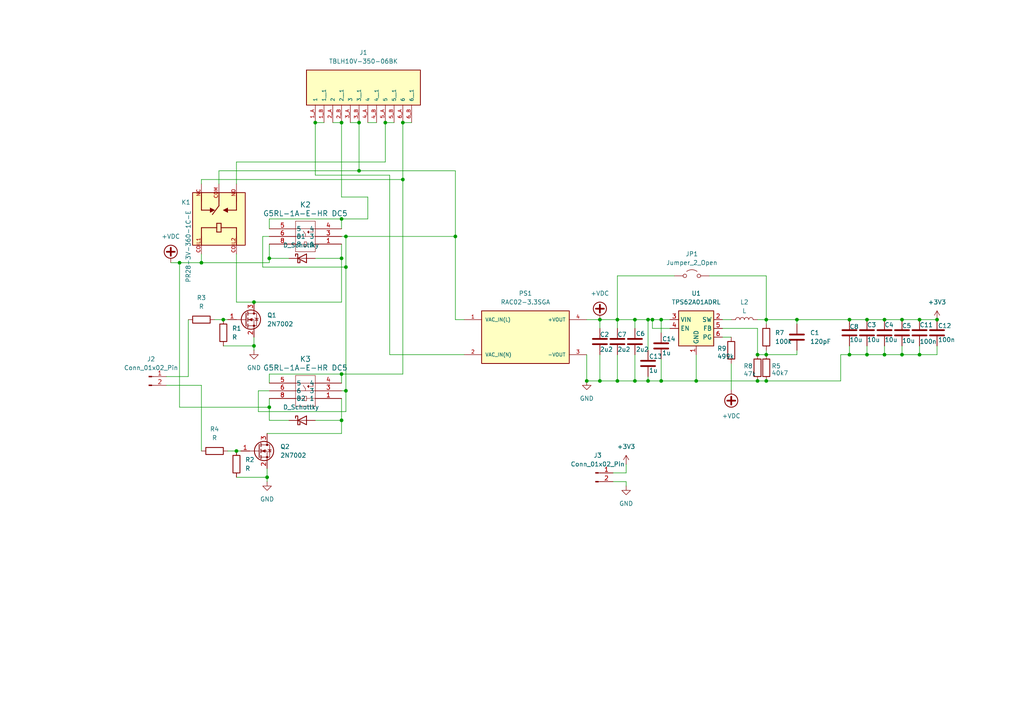
<source format=kicad_sch>
(kicad_sch (version 20250114) (generator "eeschema") (generator_version "9.0")
  (paper "A4")
  (lib_symbols
    (symbol "Connector:Conn_01x02_Pin" (pin_names (offset 1.016) (hide yes))
      (property "Reference" "J" (at 0 2.54 0))
      (property "Value" "Conn_01x02_Pin" (at 0 -5.08 0))
      (symbol "Conn_01x02_Pin_1_1"
        (rectangle (start 0.8636 0.127) (end 0 -0.127) (stroke (width 0.1524)) (fill (type outline)))
        (rectangle (start 0.8636 -2.413) (end 0 -2.667) (stroke (width 0.1524)) (fill (type outline)))
        (polyline (pts (xy 1.27 0) (xy 0.8636 0)) (stroke (width 0.1524)))
        (polyline (pts (xy 1.27 -2.54) (xy 0.8636 -2.54)) (stroke (width 0.1524)))
        (pin passive line (at 5.08 0 180) (length 3.81) (name "Pin_1") (number "1"))
        (pin passive line (at 5.08 -2.54 180) (length 3.81) (name "Pin_2") (number "2"))
      )
    )
    (symbol "Device:C" (pin_numbers (hide yes)) (pin_names (offset 0.254))
      (property "Reference" "C" (at 0.635 2.54 0))
      (property "Value" "C" (at 0.635 -2.54 0))
      (symbol "C_0_1"
        (polyline (pts (xy -2.032 0.762) (xy 2.032 0.762)) (stroke (width 0.508)))
        (polyline (pts (xy -2.032 -0.762) (xy 2.032 -0.762)) (stroke (width 0.508)))
      )
      (symbol "C_1_1"
        (pin passive line (at 0 3.81 270) (length 2.794) (name "~") (number "1"))
        (pin passive line (at 0 -3.81 90) (length 2.794) (name "~") (number "2"))
      )
    )
    (symbol "Device:D_Schottky" (pin_numbers (hide yes)) (pin_names (offset 1.016) (hide yes))
      (property "Reference" "D" (at 0 2.54 0))
      (property "Value" "D_Schottky" (at 0 -2.54 0))
      (symbol "D_Schottky_0_1"
        (polyline (pts (xy -1.905 0.635) (xy -1.905 1.27) (xy -1.27 1.27) (xy -1.27 -1.27) (xy -0.635 -1.27) (xy -0.635 -0.635)) (stroke (width 0.254)))
        (polyline (pts (xy 1.27 1.27) (xy 1.27 -1.27) (xy -1.27 0) (xy 1.27 1.27)) (stroke (width 0.254)))
        (polyline (pts (xy 1.27 0) (xy -1.27 0)))
      )
      (symbol "D_Schottky_1_1"
        (pin passive line (at -3.81 0 0) (length 2.54) (name "K") (number "1"))
        (pin passive line (at 3.81 0 180) (length 2.54) (name "A") (number "2"))
      )
    )
    (symbol "Device:L" (pin_numbers (hide yes)) (pin_names (offset 1.016) (hide yes))
      (property "Reference" "L" (at -1.27 0 90))
      (property "Value" "L" (at 1.905 0 90))
      (symbol "L_0_1"
        (arc (start 0 2.54) (mid 0.6323 1.905) (end 0 1.27))
        (arc (start 0 1.27) (mid 0.6323 0.635) (end 0 0))
        (arc (start 0 0) (mid 0.6323 -0.635) (end 0 -1.27))
        (arc (start 0 -1.27) (mid 0.6323 -1.905) (end 0 -2.54))
      )
      (symbol "L_1_1"
        (pin passive line (at 0 3.81 270) (length 1.27) (name "1") (number "1"))
        (pin passive line (at 0 -3.81 90) (length 1.27) (name "2") (number "2"))
      )
    )
    (symbol "Device:R" (pin_numbers (hide yes)) (pin_names (offset 0))
      (property "Reference" "R" (at 2.032 0 90))
      (property "Value" "R" (at 0 0 90))
      (symbol "R_0_1"
        (rectangle (start -1.016 -2.54) (end 1.016 2.54) (stroke (width 0.254)))
      )
      (symbol "R_1_1"
        (pin passive line (at 0 3.81 270) (length 1.27) (name "~") (number "1"))
        (pin passive line (at 0 -3.81 90) (length 1.27) (name "~") (number "2"))
      )
    )
    (symbol "G5RL-1A-E-HR DC5:G5RL-1A-E-HR_DC5" (pin_names (offset 0.254))
      (property "Reference" "K" (at 10.795 6.985 0))
      (property "Value" "G5RL-1A-E-HR DC5" (at 20.32 4.7625 0))
      (symbol "G5RL-1A-E-HR_DC5_0_1"
        (polyline (pts (xy 7.62 2.2225) (xy 7.62 -6.6675)) (stroke (width 0.127)))
        (polyline (pts (xy 7.62 0) (xy 10.16 0)) (stroke (width 0.127)))
        (polyline (pts (xy 7.62 -2.2225) (xy 13.335 -2.2225)) (stroke (width 0.127)))
        (polyline (pts (xy 7.62 -4.445) (xy 13.335 -4.445)) (stroke (width 0.127)))
        (polyline (pts (xy 7.62 -6.6675) (xy 13.335 -6.6675)) (stroke (width 0.127)))
        (polyline (pts (xy 8.255 -4.445) (xy 8.255 -3.4925)) (stroke (width 0.127)))
        (polyline (pts (xy 9.525 -3.175) (xy 9.525 -3.81)) (stroke (width 0.127)))
        (polyline (pts (xy 9.525 -3.175) (xy 9.8425 -3.4925) (xy 9.525 -3.81)) (fill (type outline)))
        (polyline (pts (xy 9.525 -3.4925) (xy 8.255 -3.4925)) (stroke (width 0.127)))
        (polyline (pts (xy 9.525 -3.81) (xy 9.8425 -3.4925)) (stroke (width 0.127)))
        (polyline (pts (xy 9.8425 -3.4925) (xy 9.525 -3.175)) (stroke (width 0.127)))
        (polyline (pts (xy 10.16 0.635) (xy 10.795 0.635)) (stroke (width 0.127)))
        (polyline (pts (xy 10.16 0) (xy 10.16 0.635)) (stroke (width 0.127)))
        (polyline (pts (xy 10.16 0) (xy 10.16 -0.635)) (stroke (width 0.127)))
        (polyline (pts (xy 10.16 -0.635) (xy 10.795 -0.635)) (stroke (width 0.127)))
        (polyline (pts (xy 10.4775 -2.2225) (xy 10.4775 -2.8575)) (stroke (width 0.127)))
        (polyline (pts (xy 10.4775 -2.8575) (xy 11.1125 -3.81)) (stroke (width 0.127)))
        (polyline (pts (xy 10.795 0.635) (xy 10.795 -0.635)) (stroke (width 0.127)))
        (polyline (pts (xy 10.795 0) (xy 13.335 0)) (stroke (width 0.127)))
        (polyline (pts (xy 13.335 2.2225) (xy 7.62 2.2225)) (stroke (width 0.127)))
        (polyline (pts (xy 13.335 -6.6675) (xy 13.335 2.2225)) (stroke (width 0.127)))
        (pin unspecified line (at 0 0 0) (length 7.62) (name "1") (number "1"))
        (pin unspecified line (at 0 -2.2225 0) (length 7.62) (name "3") (number "3"))
        (pin unspecified line (at 0 -4.445 0) (length 7.62) (name "4") (number "4"))
        (pin unspecified line (at 20.955 0 180) (length 7.62) (name "8") (number "8"))
        (pin unspecified line (at 20.955 -2.2225 180) (length 7.62) (name "6") (number "6"))
        (pin unspecified line (at 20.955 -4.445 180) (length 7.62) (name "5") (number "5"))
      )
    )
    (symbol "Jumper:Jumper_2_Open" (pin_numbers (hide yes)) (pin_names (offset 0) (hide yes)) (exclude_from_sim yes)
      (property "Reference" "JP" (at 0 2.794 0))
      (property "Value" "Jumper_2_Open" (at 0 -2.286 0))
      (symbol "Jumper_2_Open_0_0"
        (circle (center -2.032 0) (radius 0.508))
        (circle (center 2.032 0) (radius 0.508))
      )
      (symbol "Jumper_2_Open_0_1"
        (arc (start -1.524 1.27) (mid 0 1.778) (end 1.524 1.27))
      )
      (symbol "Jumper_2_Open_1_1"
        (pin passive line (at -5.08 0 0) (length 2.54) (name "A") (number "1"))
        (pin passive line (at 5.08 0 180) (length 2.54) (name "B") (number "2"))
      )
    )
    (symbol "PR28-3V-360-1C-E:PR28-3V-360-1C-E" (pin_names (offset 1.016))
      (property "Reference" "K" (at -7.62 8.89 0))
      (property "Value" "PR28-3V-360-1C-E" (at -7.62 -10.16 0))
      (symbol "PR28-3V-360-1C-E_0_0"
        (polyline (pts (xy -7.62 5.08) (xy -2.54 5.08)) (stroke (width 0.254)))
        (polyline (pts (xy -7.62 -5.08) (xy -2.54 -5.08)) (stroke (width 0.254)))
        (rectangle (start -7.62 -7.62) (end 7.62 7.62) (stroke (width 0.254)) (fill (type background)))
        (polyline (pts (xy -3.81 0.635) (xy -2.54 0.635)) (stroke (width 0.254)))
        (polyline (pts (xy -3.81 -0.635) (xy -3.81 0.635)) (stroke (width 0.254)))
        (polyline (pts (xy -2.54 5.08) (xy -2.54 0.635)) (stroke (width 0.254)))
        (polyline (pts (xy -2.54 0.635) (xy -1.27 0.635)) (stroke (width 0.254)))
        (polyline (pts (xy -2.54 -0.635) (xy -3.81 -0.635)) (stroke (width 0.254)))
        (polyline (pts (xy -2.54 -0.635) (xy -2.54 -5.08)) (stroke (width 0.254)))
        (polyline (pts (xy -1.27 0.635) (xy -1.27 -0.635)) (stroke (width 0.254)))
        (polyline (pts (xy -1.27 -0.635) (xy -2.54 -0.635)) (stroke (width 0.254)))
        (polyline (pts (xy 1.905 -2.54) (xy 3.175 -2.54) (xy 2.54 -1.27) (xy 1.905 -2.54)) (stroke (width 0.1524)) (fill (type outline)))
        (polyline (pts (xy 2.54 5.08) (xy 2.54 2.54)) (stroke (width 0.254)))
        (polyline (pts (xy 2.54 5.08) (xy 7.62 5.08)) (stroke (width 0.254)))
        (polyline (pts (xy 2.54 -5.08) (xy 2.54 -2.54)) (stroke (width 0.254)))
        (polyline (pts (xy 3.175 2.54) (xy 1.905 2.54) (xy 2.54 1.27) (xy 3.175 2.54)) (stroke (width 0.1524)) (fill (type outline)))
        (polyline (pts (xy 3.81 0) (xy 1.27 1.905)) (stroke (width 0.254)))
        (polyline (pts (xy 7.62 0) (xy 3.81 0)) (stroke (width 0.254)))
        (polyline (pts (xy 7.62 -5.08) (xy 2.54 -5.08)) (stroke (width 0.254)))
        (pin passive line (at -10.16 5.08 0) (length 5.08) (name "~") (number "COIL1"))
        (pin passive line (at -10.16 -5.08 0) (length 5.08) (name "~") (number "COIL2"))
        (pin passive line (at 10.16 5.08 180) (length 5.08) (name "~") (number "NC"))
        (pin passive line (at 10.16 0 180) (length 5.08) (name "~") (number "COM"))
        (pin passive line (at 10.16 -5.08 180) (length 5.08) (name "~") (number "NO"))
      )
    )
    (symbol "RAC02-3.3SGA:RAC02-3.3SGA" (pin_names (offset 1.016))
      (property "Reference" "PS" (at -12.7 8.89 0))
      (property "Value" "RAC02-3.3SGA" (at -12.7 -10.16 0))
      (symbol "RAC02-3.3SGA_0_0"
        (rectangle (start -12.7 -7.62) (end 12.7 7.62) (stroke (width 0.254)) (fill (type background)))
        (pin input line (at -17.78 5.08 0) (length 5.08) (name "VAC_IN(L)") (number "1"))
        (pin input line (at -17.78 -5.08 0) (length 5.08) (name "VAC_IN(N)") (number "2"))
        (pin output line (at 17.78 5.08 180) (length 5.08) (name "+VOUT") (number "4"))
        (pin output line (at 17.78 -5.08 180) (length 5.08) (name "-VOUT") (number "3"))
      )
    )
    (symbol "Regulator_Switching:TPS62A01ADRL"
      (property "Reference" "U" (at -5.08 6.35 0))
      (property "Value" "TPS62A01ADRL" (at 0 6.35 0))
      (symbol "TPS62A01ADRL_0_1"
        (rectangle (start -5.08 5.08) (end 5.08 -5.08) (stroke (width 0.254)) (fill (type background)))
      )
      (symbol "TPS62A01ADRL_1_1"
        (pin power_in line (at -7.62 2.54 0) (length 2.54) (name "VIN") (number "3"))
        (pin input line (at -7.62 0 0) (length 2.54) (name "EN") (number "4"))
        (pin power_in line (at 0 -7.62 90) (length 2.54) (name "GND") (number "1"))
        (pin power_out line (at 7.62 2.54 180) (length 2.54) (name "SW") (number "2"))
        (pin input line (at 7.62 0 180) (length 2.54) (name "FB") (number "5"))
        (pin open_collector line (at 7.62 -2.54 180) (length 2.54) (name "PG") (number "6"))
      )
    )
    (symbol "TBLH10V-350-06BK:TBLH10V-350-06BK" (pin_names (offset 1.016))
      (property "Reference" "J" (at -5.58 7.62 0))
      (property "Value" "TBLH10V-350-06BK" (at -5.08 -27.94 0))
      (symbol "TBLH10V-350-06BK_0_0"
        (rectangle (start -5.08 -25.4) (end 5.08 7.62) (stroke (width 0.254)) (fill (type background)))
        (pin passive line (at -10.16 5.08 0) (length 5.08) (name "1") (number "1_A"))
        (pin passive line (at -10.16 2.54 0) (length 5.08) (name "1__1") (number "1_B"))
        (pin passive line (at -10.16 0 0) (length 5.08) (name "2") (number "2_A"))
        (pin passive line (at -10.16 -2.54 0) (length 5.08) (name "2__1") (number "2_B"))
        (pin passive line (at -10.16 -5.08 0) (length 5.08) (name "3") (number "3_A"))
        (pin passive line (at -10.16 -7.62 0) (length 5.08) (name "3__1") (number "3_B"))
        (pin passive line (at -10.16 -10.16 0) (length 5.08) (name "4") (number "4_A"))
        (pin passive line (at -10.16 -12.7 0) (length 5.08) (name "4__1") (number "4_B"))
        (pin passive line (at -10.16 -15.24 0) (length 5.08) (name "5") (number "5_A"))
        (pin passive line (at -10.16 -17.78 0) (length 5.08) (name "5__1") (number "5_B"))
        (pin passive line (at -10.16 -20.32 0) (length 5.08) (name "6") (number "6_A"))
        (pin passive line (at -10.16 -22.86 0) (length 5.08) (name "6__1") (number "6_B"))
      )
    )
    (symbol "Transistor_FET:2N7002" (pin_names (hide yes))
      (property "Reference" "Q" (at 5.08 1.905 0))
      (property "Value" "2N7002" (at 5.08 0 0))
      (symbol "2N7002_0_1"
        (polyline (pts (xy 0.254 1.905) (xy 0.254 -1.905)) (stroke (width 0.254)))
        (polyline (pts (xy 0.254 0) (xy -2.54 0)))
        (polyline (pts (xy 0.762 2.286) (xy 0.762 1.27)) (stroke (width 0.254)))
        (polyline (pts (xy 0.762 0.508) (xy 0.762 -0.508)) (stroke (width 0.254)))
        (polyline (pts (xy 0.762 -1.27) (xy 0.762 -2.286)) (stroke (width 0.254)))
        (polyline (pts (xy 0.762 -1.778) (xy 3.302 -1.778) (xy 3.302 1.778) (xy 0.762 1.778)))
        (polyline (pts (xy 1.016 0) (xy 2.032 0.381) (xy 2.032 -0.381) (xy 1.016 0)) (fill (type outline)))
        (circle (center 1.651 0) (radius 2.794) (stroke (width 0.254)))
        (polyline (pts (xy 2.54 2.54) (xy 2.54 1.778)))
        (circle (center 2.54 1.778) (radius 0.254) (fill (type outline)))
        (circle (center 2.54 -1.778) (radius 0.254) (fill (type outline)))
        (polyline (pts (xy 2.54 -2.54) (xy 2.54 0) (xy 0.762 0)))
        (polyline (pts (xy 2.794 0.508) (xy 2.921 0.381) (xy 3.683 0.381) (xy 3.81 0.254)))
        (polyline (pts (xy 3.302 0.381) (xy 2.921 -0.254) (xy 3.683 -0.254) (xy 3.302 0.381)))
      )
      (symbol "2N7002_1_1"
        (pin input line (at -5.08 0 0) (length 2.54) (name "G") (number "1"))
        (pin passive line (at 2.54 5.08 270) (length 2.54) (name "D") (number "3"))
        (pin passive line (at 2.54 -5.08 90) (length 2.54) (name "S") (number "2"))
      )
    )
    (symbol "power:+3V3" (power) (pin_numbers (hide yes)) (pin_names (offset 0) (hide yes))
      (property "Value" "+3V3" (at 0 3.556 0))
      (symbol "+3V3_0_1"
        (polyline (pts (xy -0.762 1.27) (xy 0 2.54)))
        (polyline (pts (xy 0 2.54) (xy 0.762 1.27)))
        (polyline (pts (xy 0 0) (xy 0 2.54)))
      )
      (symbol "+3V3_1_1"
        (pin power_in line (at 0 0 90) (length 0) (name "~") (number "1"))
      )
    )
    (symbol "power:+VDC" (power) (pin_numbers (hide yes)) (pin_names (offset 0) (hide yes))
      (property "Value" "+VDC" (at 0 6.35 0))
      (symbol "+VDC_0_1"
        (polyline (pts (xy -1.143 3.175) (xy 1.143 3.175)) (stroke (width 0.508)))
        (circle (center 0 3.175) (radius 1.905) (stroke (width 0.254)))
        (polyline (pts (xy 0 2.032) (xy 0 4.318)) (stroke (width 0.508)))
        (polyline (pts (xy 0 0) (xy 0 1.27)))
      )
      (symbol "+VDC_1_1"
        (pin power_in line (at 0 0 90) (length 0) (name "~") (number "1"))
      )
    )
    (symbol "power:GND" (power) (pin_numbers (hide yes)) (pin_names (offset 0) (hide yes))
      (property "Value" "GND" (at 0 -3.81 0))
      (symbol "GND_0_1"
        (polyline (pts (xy 0 0) (xy 0 -1.27) (xy 1.27 -1.27) (xy 0 -2.54) (xy -1.27 -1.27) (xy 0 -1.27)))
      )
      (symbol "GND_1_1"
        (pin power_in line (at 0 0 270) (length 0) (name "~") (number "1"))
      )
    )
  )
  (junction (at 91.44 35.56))
  (junction (at 187.96 92.71))
  (junction (at 246.38 102.87))
  (junction (at 52.07 76.2))
  (junction (at 99.06 121.92))
  (junction (at 78.105 118.11))
  (junction (at 78.105 74.93))
  (junction (at 179.07 92.71))
  (junction (at 170.18 110.49))
  (junction (at 173.99 92.71))
  (junction (at 99.06 63.5))
  (junction (at 100.33 113.3475))
  (junction (at 116.84 35.56))
  (junction (at 100.33 68.58))
  (junction (at 266.7 92.71))
  (junction (at 104.14 49.53))
  (junction (at 187.96 110.49))
  (junction (at 189.23 92.71))
  (junction (at 219.71 102.87))
  (junction (at 58.42 76.2))
  (junction (at 261.62 102.87))
  (junction (at 191.77 110.49))
  (junction (at 231.14 92.71))
  (junction (at 256.54 92.71))
  (junction (at 251.46 102.87))
  (junction (at 100.33 77.47))
  (junction (at 179.07 110.49))
  (junction (at 77.47 138.43))
  (junction (at 68.58 130.81))
  (junction (at 173.99 110.49))
  (junction (at 73.66 87.63))
  (junction (at 246.38 92.71))
  (junction (at 201.93 110.49))
  (junction (at 184.15 92.71))
  (junction (at 111.76 35.56))
  (junction (at 104.14 35.56))
  (junction (at 222.25 92.71))
  (junction (at 116.84 52.07))
  (junction (at 266.7 102.87))
  (junction (at 222.25 110.49))
  (junction (at 222.25 102.87))
  (junction (at 73.66 100.33))
  (junction (at 99.06 74.93))
  (junction (at 251.46 92.71))
  (junction (at 261.62 92.71))
  (junction (at 191.77 92.71))
  (junction (at 219.71 110.49))
  (junction (at 271.78 92.71))
  (junction (at 99.06 108.4967))
  (junction (at 256.54 102.87))
  (junction (at 184.15 110.49))
  (junction (at 132.08 68.58))
  (junction (at 64.77 92.71))
  (junction (at 99.06 35.56))
  (wire (pts (xy 99.06 108.4967) (xy 99.06 111.125)))
  (wire (pts (xy 173.99 102.87) (xy 173.99 110.49)))
  (wire (pts (xy 179.07 102.87) (xy 179.07 110.49)))
  (wire (pts (xy 58.42 53.34) (xy 58.42 52.07)))
  (wire (pts (xy 99.06 74.93) (xy 99.06 87.63)))
  (wire (pts (xy 63.5 53.34) (xy 63.5 49.53)))
  (wire (pts (xy 246.38 92.71) (xy 251.46 92.71)))
  (wire (pts (xy 184.15 110.49) (xy 187.96 110.49)))
  (wire (pts (xy 100.33 68.58) (xy 99.06 68.58)))
  (wire (pts (xy 191.77 92.71) (xy 191.77 96.52)))
  (wire (pts (xy 58.42 73.66) (xy 58.42 76.2)))
  (wire (pts (xy 78.105 68.58) (xy 76.2 68.58)))
  (wire (pts (xy 111.76 46.99) (xy 68.58 46.99)))
  (wire (pts (xy 222.25 92.71) (xy 231.14 92.71)))
  (wire (pts (xy 78.105 115.57) (xy 78.105 118.11)))
  (wire (pts (xy 184.15 102.87) (xy 184.15 110.49)))
  (wire (pts (xy 113.03 102.87) (xy 134.62 102.87)))
  (wire (pts (xy 113.03 50.8) (xy 113.03 102.87)))
  (wire (pts (xy 78.105 70.8025) (xy 78.105 74.93)))
  (wire (pts (xy 68.58 130.81) (xy 69.85 130.81)))
  (wire (pts (xy 271.78 102.87) (xy 271.78 100.33)))
  (wire (pts (xy 76.2 77.47) (xy 100.33 77.47)))
  (wire (pts (xy 99.06 87.63) (xy 73.66 87.63)))
  (wire (pts (xy 91.44 50.8) (xy 113.03 50.8)))
  (wire (pts (xy 100.33 77.47) (xy 100.33 113.3475)))
  (wire (pts (xy 78.105 63.5) (xy 99.06 63.5)))
  (wire (pts (xy 256.54 102.87) (xy 261.62 102.87)))
  (wire (pts (xy 99.06 121.92) (xy 99.06 125.73)))
  (wire (pts (xy 91.44 74.93) (xy 99.06 74.93)))
  (wire (pts (xy 170.18 92.71) (xy 173.99 92.71)))
  (wire (pts (xy 104.14 35.56) (xy 104.14 49.53)))
  (wire (pts (xy 100.33 119.38) (xy 74.93 119.38)))
  (wire (pts (xy 173.99 110.49) (xy 179.07 110.49)))
  (wire (pts (xy 74.93 119.38) (xy 74.93 113.3475)))
  (wire (pts (xy 261.62 102.87) (xy 266.7 102.87)))
  (wire (pts (xy 231.14 92.71) (xy 246.38 92.71)))
  (wire (pts (xy 212.09 105.41) (xy 212.09 113.03)))
  (wire (pts (xy 170.18 110.49) (xy 173.99 110.49)))
  (wire (pts (xy 179.07 92.71) (xy 184.15 92.71)))
  (wire (pts (xy 219.71 110.49) (xy 222.25 110.49)))
  (wire (pts (xy 256.54 102.87) (xy 256.54 100.33)))
  (wire (pts (xy 231.14 93.98) (xy 231.14 92.71)))
  (wire (pts (xy 251.46 92.71) (xy 256.54 92.71)))
  (wire (pts (xy 195.58 80.01) (xy 179.07 80.01)))
  (wire (pts (xy 99.06 113.3475) (xy 100.33 113.3475)))
  (wire (pts (xy 48.26 109.22) (xy 54.61 109.22)))
  (wire (pts (xy 246.38 100.33) (xy 246.38 102.87)))
  (wire (pts (xy 194.31 95.25) (xy 189.23 95.25)))
  (wire (pts (xy 99.06 125.73) (xy 77.47 125.73)))
  (wire (pts (xy 116.84 52.07) (xy 116.84 108.4967)))
  (wire (pts (xy 191.77 110.49) (xy 201.93 110.49)))
  (wire (pts (xy 187.96 110.49) (xy 191.77 110.49)))
  (wire (pts (xy 58.42 52.07) (xy 116.84 52.07)))
  (wire (pts (xy 219.71 95.25) (xy 219.71 102.87)))
  (wire (pts (xy 132.08 68.58) (xy 132.08 92.71)))
  (wire (pts (xy 99.06 63.5) (xy 106.68 63.5)))
  (wire (pts (xy 91.44 35.56) (xy 93.98 35.56)))
  (wire (pts (xy 54.61 92.71) (xy 54.61 109.22)))
  (wire (pts (xy 179.07 110.49) (xy 184.15 110.49)))
  (wire (pts (xy 49.53 76.2) (xy 52.07 76.2)))
  (wire (pts (xy 251.46 102.87) (xy 256.54 102.87)))
  (wire (pts (xy 100.33 68.58) (xy 132.08 68.58)))
  (wire (pts (xy 58.42 76.2) (xy 78.105 76.2)))
  (wire (pts (xy 261.62 102.87) (xy 261.62 100.33)))
  (wire (pts (xy 222.25 80.01) (xy 222.25 92.71)))
  (wire (pts (xy 68.58 73.66) (xy 68.58 87.63)))
  (wire (pts (xy 68.58 87.63) (xy 73.66 87.63)))
  (wire (pts (xy 76.2 68.58) (xy 76.2 77.47)))
  (wire (pts (xy 181.61 137.16) (xy 181.61 134.62)))
  (wire (pts (xy 78.105 118.11) (xy 78.105 121.92)))
  (wire (pts (xy 173.99 92.71) (xy 179.07 92.71)))
  (wire (pts (xy 73.66 100.33) (xy 73.66 101.6)))
  (wire (pts (xy 52.07 118.11) (xy 52.07 76.2)))
  (wire (pts (xy 266.7 102.87) (xy 271.78 102.87)))
  (wire (pts (xy 58.42 111.76) (xy 58.42 130.81)))
  (wire (pts (xy 187.96 92.71) (xy 189.23 92.71)))
  (wire (pts (xy 78.105 121.92) (xy 83.82 121.92)))
  (wire (pts (xy 181.61 139.7) (xy 181.61 140.97)))
  (wire (pts (xy 99.06 63.5) (xy 99.06 66.3575)))
  (wire (pts (xy 91.44 121.92) (xy 99.06 121.92)))
  (wire (pts (xy 219.71 102.87) (xy 222.25 102.87)))
  (wire (pts (xy 62.23 92.71) (xy 64.77 92.71)))
  (wire (pts (xy 111.76 35.56) (xy 114.3 35.56)))
  (wire (pts (xy 191.77 92.71) (xy 194.31 92.71)))
  (wire (pts (xy 189.23 92.71) (xy 189.23 95.25)))
  (wire (pts (xy 222.25 101.6) (xy 222.25 102.87)))
  (wire (pts (xy 209.55 92.71) (xy 212.09 92.71)))
  (wire (pts (xy 116.84 35.56) (xy 119.38 35.56)))
  (wire (pts (xy 205.74 80.01) (xy 222.25 80.01)))
  (wire (pts (xy 179.07 80.01) (xy 179.07 92.71)))
  (wire (pts (xy 66.04 130.81) (xy 68.58 130.81)))
  (wire (pts (xy 78.105 74.93) (xy 78.105 76.2)))
  (wire (pts (xy 78.105 118.11) (xy 52.07 118.11)))
  (wire (pts (xy 104.14 49.53) (xy 132.08 49.53)))
  (wire (pts (xy 179.07 92.71) (xy 179.07 95.25)))
  (wire (pts (xy 74.93 113.3475) (xy 78.105 113.3475)))
  (wire (pts (xy 222.25 92.71) (xy 222.25 93.98)))
  (wire (pts (xy 106.68 63.5) (xy 106.68 57.15)))
  (wire (pts (xy 184.15 92.71) (xy 187.96 92.71)))
  (wire (pts (xy 219.71 92.71) (xy 222.25 92.71)))
  (wire (pts (xy 99.06 70.8025) (xy 99.06 74.93)))
  (wire (pts (xy 100.33 77.47) (xy 100.33 68.58)))
  (wire (pts (xy 251.46 102.87) (xy 251.46 100.33)))
  (wire (pts (xy 261.62 92.71) (xy 266.7 92.71)))
  (wire (pts (xy 201.93 110.49) (xy 219.71 110.49)))
  (wire (pts (xy 78.105 111.125) (xy 78.105 108.4967)))
  (wire (pts (xy 106.68 57.15) (xy 99.06 57.15)))
  (wire (pts (xy 99.06 115.57) (xy 99.06 121.92)))
  (wire (pts (xy 68.58 138.43) (xy 77.47 138.43)))
  (wire (pts (xy 99.06 57.15) (xy 99.06 35.56)))
  (wire (pts (xy 189.23 92.71) (xy 191.77 92.71)))
  (wire (pts (xy 106.68 35.56) (xy 109.22 35.56)))
  (wire (pts (xy 177.8 137.16) (xy 181.61 137.16)))
  (wire (pts (xy 83.82 74.93) (xy 78.105 74.93)))
  (wire (pts (xy 63.5 49.53) (xy 104.14 49.53)))
  (wire (pts (xy 132.08 49.53) (xy 132.08 68.58)))
  (wire (pts (xy 201.93 102.87) (xy 201.93 110.49)))
  (wire (pts (xy 111.76 46.99) (xy 111.76 35.56)))
  (wire (pts (xy 266.7 92.71) (xy 271.78 92.71)))
  (wire (pts (xy 209.55 97.79) (xy 212.09 97.79)))
  (wire (pts (xy 132.08 92.71) (xy 134.62 92.71)))
  (wire (pts (xy 64.77 92.71) (xy 66.04 92.71)))
  (wire (pts (xy 77.47 135.89) (xy 77.47 138.43)))
  (wire (pts (xy 222.25 110.49) (xy 243.84 110.49)))
  (wire (pts (xy 177.8 139.7) (xy 181.61 139.7)))
  (wire (pts (xy 100.33 113.3475) (xy 100.33 119.38)))
  (wire (pts (xy 243.84 110.49) (xy 243.84 102.87)))
  (wire (pts (xy 116.84 35.56) (xy 116.84 52.07)))
  (wire (pts (xy 77.47 138.43) (xy 77.47 139.7)))
  (wire (pts (xy 173.99 95.25) (xy 173.99 92.71)))
  (wire (pts (xy 48.26 111.76) (xy 58.42 111.76)))
  (wire (pts (xy 78.105 108.4967) (xy 99.06 108.4967)))
  (wire (pts (xy 251.46 102.87) (xy 246.38 102.87)))
  (wire (pts (xy 68.58 46.99) (xy 68.58 53.34)))
  (wire (pts (xy 52.07 76.2) (xy 58.42 76.2)))
  (wire (pts (xy 231.14 101.6) (xy 231.14 102.87)))
  (wire (pts (xy 256.54 92.71) (xy 261.62 92.71)))
  (wire (pts (xy 246.38 102.87) (xy 243.84 102.87)))
  (wire (pts (xy 91.44 35.56) (xy 91.44 50.8)))
  (wire (pts (xy 184.15 92.71) (xy 184.15 95.25)))
  (wire (pts (xy 73.66 97.79) (xy 73.66 100.33)))
  (wire (pts (xy 191.77 104.14) (xy 191.77 110.49)))
  (wire (pts (xy 99.06 108.4967) (xy 116.84 108.4967)))
  (wire (pts (xy 170.18 102.87) (xy 170.18 110.49)))
  (wire (pts (xy 78.105 66.3575) (xy 78.105 63.5)))
  (wire (pts (xy 187.96 92.71) (xy 187.96 101.6)))
  (wire (pts (xy 101.6 35.56) (xy 104.14 35.56)))
  (wire (pts (xy 266.7 102.87) (xy 266.7 100.33)))
  (wire (pts (xy 99.06 35.56) (xy 96.52 35.56)))
  (wire (pts (xy 209.55 95.25) (xy 219.71 95.25)))
  (wire (pts (xy 64.77 100.33) (xy 73.66 100.33)))
  (wire (pts (xy 187.96 109.22) (xy 187.96 110.49)))
  (wire (pts (xy 231.14 102.87) (xy 222.25 102.87)))
  (symbol (lib_id "Device:R") (at 58.42 92.71 90) (unit 1)
    (property "Reference" "R3" (at 58.42 86.36 90))
    (property "Value" "R" (at 58.42 88.9 90))
    (property "Footprint" "Resistor_SMD:R_0603_1608Metric" (effects (hide yes)))
    (property "Description" "Resistor" (effects (hide yes)))
  )
  (symbol (lib_id "Device:R") (at 62.23 130.81 90) (unit 1)
    (property "Reference" "R4" (at 62.23 124.46 90))
    (property "Value" "R" (at 62.23 127 90))
    (property "Footprint" "Resistor_SMD:R_0603_1608Metric" (effects (hide yes)))
    (property "Description" "Resistor" (effects (hide yes)))
  )
  (symbol (lib_id "power:+3V3") (at 271.78 92.71 0) (unit 1)
    (property "Reference" "#PWR04" (effects (hide yes)))
    (property "Value" "+3V3" (at 271.78 87.63 0))
    (property "Description" "Power symbol creates a global label with name \"+3V3\"" (effects (hide yes)))
  )
  (symbol (lib_id "Device:C") (at 184.15 99.06 0) (unit 1)
    (property "Reference" "C6" (at 184.404 96.774 0) (effects (justify left)))
    (property "Value" "2u2" (at 184.404 101.346 0) (effects (justify left)))
    (property "Footprint" "Capacitor_SMD:C_1206_3216Metric" (effects (hide yes)))
    (property "Description" "Unpolarized capacitor" (effects (hide yes)))
  )
  (symbol (lib_id "Device:C") (at 191.77 100.33 0) (unit 1)
    (property "Reference" "C14" (at 192.024 98.298 0) (effects (justify left)))
    (property "Value" "1u" (at 192.024 102.362 0) (effects (justify left)))
    (property "Footprint" "Capacitor_SMD:C_0603_1608Metric" (effects (hide yes)))
    (property "Description" "Unpolarized capacitor" (effects (hide yes)))
  )
  (symbol (lib_id "power:GND") (at 73.66 101.6 0) (unit 1)
    (property "Reference" "#PWR06" (effects (hide yes)))
    (property "Value" "GND" (at 73.66 106.68 0))
    (property "Description" "Power symbol creates a global label with name \"GND\" , ground" (effects (hide yes)))
  )
  (symbol (lib_id "RAC02-3.3SGA:RAC02-3.3SGA") (at 152.4 97.79 0) (unit 1)
    (property "Reference" "PS1" (at 152.4 85.09 0))
    (property "Value" "RAC02-3.3SGA" (at 152.4 87.63 0))
    (property "Footprint" "TBLH10V_350_06BK:CONV_RAC02-3.3SGA" (effects (hide yes)))
    (property "PARTREV" "2" (effects (hide yes)))
    (property "STANDARD" "Manufacturer Recommendations" (effects (hide yes)))
    (property "MAXIMUM_PACKAGE_HEIGHT" "19mm" (effects (hide yes)))
    (property "MANUFACTURER" "Recom" (effects (hide yes)))
  )
  (symbol (lib_id "Jumper:Jumper_2_Open") (at 200.66 80.01 0) (unit 1) (exclude_from_sim yes)
    (property "Reference" "JP1" (at 200.66 73.66 0))
    (property "Value" "Jumper_2_Open" (at 200.66 76.2 0))
    (property "Footprint" "TestPoint:TestPoint_2Pads_Pitch2.54mm_Drill0.8mm" (effects (hide yes)))
    (property "Description" "Jumper, 2-pole, open" (effects (hide yes)))
  )
  (symbol (lib_id "power:GND") (at 181.61 140.97 0) (unit 1)
    (property "Reference" "#PWR07" (effects (hide yes)))
    (property "Value" "GND" (at 181.61 146.05 0))
    (property "Description" "Power symbol creates a global label with name \"GND\" , ground" (effects (hide yes)))
  )
  (symbol (lib_id "Connector:Conn_01x02_Pin") (at 172.72 137.16 0) (unit 1)
    (property "Reference" "J3" (at 173.355 132.08 0))
    (property "Value" "Conn_01x02_Pin" (at 173.355 134.62 0))
    (property "Footprint" "Connector_PinSocket_2.54mm:PinSocket_1x02_P2.54mm_Vertical" (effects (hide yes)))
    (property "Description" "Generic connector, single row, 01x02, script generated" (effects (hide yes)))
  )
  (symbol (lib_id "Device:C") (at 173.99 99.06 0) (unit 1)
    (property "Reference" "C2" (at 173.99 97.028 0) (effects (justify left)))
    (property "Value" "2u2" (at 173.99 101.346 0) (effects (justify left)))
    (property "Footprint" "Capacitor_SMD:C_1206_3216Metric" (effects (hide yes)))
    (property "Description" "Unpolarized capacitor" (effects (hide yes)))
  )
  (symbol (lib_id "G5RL-1A-E-HR DC5:G5RL-1A-E-HR_DC5") (at 99.06 70.8025 180) (unit 1)
    (property "Reference" "K2" (at 88.5825 59.3725 0) (effects (font (size 1.524 1.524))))
    (property "Value" "G5RL-1A-E-HR DC5" (at 88.5825 61.9125 0) (effects (font (size 1.524 1.524))))
    (property "Footprint" "RELAY_G5RL-1A-E-HR DC5_OMR" (effects (hide yes)))
    (property "Datasheet" "G5RL-1A-E-HR DC5" (effects (hide yes)))
  )
  (symbol (lib_id "Transistor_FET:2N7002") (at 74.93 130.81 0) (unit 1)
    (property "Reference" "Q2" (at 81.28 129.5399 0) (effects (justify left)))
    (property "Value" "2N7002" (at 81.28 132.0799 0) (effects (justify left)))
    (property "Footprint" "Package_TO_SOT_SMD:SOT-23-3" (effects (hide yes)))
    (property "Datasheet" "https://www.onsemi.com/pub/Collateral/NDS7002A-D.PDF" (effects (hide yes)))
    (property "Description" "0.115A Id, 60V Vds, N-Channel MOSFET, SOT-23" (effects (hide yes)))
  )
  (symbol (lib_id "power:+VDC") (at 49.53 76.2 0) (unit 1)
    (property "Reference" "#PWR03" (effects (hide yes)))
    (property "Value" "+VDC" (at 49.53 68.58 0))
    (property "Description" "Power symbol creates a global label with name \"+VDC\"" (effects (hide yes)))
  )
  (symbol (lib_id "power:GND") (at 77.47 139.7 0) (unit 1)
    (property "Reference" "#PWR05" (effects (hide yes)))
    (property "Value" "GND" (at 77.47 144.78 0))
    (property "Description" "Power symbol creates a global label with name \"GND\" , ground" (effects (hide yes)))
  )
  (symbol (lib_id "Device:D_Schottky") (at 87.63 121.92 0) (unit 1)
    (property "Reference" "D2" (at 87.3125 115.57 0))
    (property "Value" "D_Schottky" (at 87.3125 118.11 0))
    (property "Footprint" "Diode_SMD:D_MiniMELF" (effects (hide yes)))
    (property "Description" "Schottky diode" (effects (hide yes)))
  )
  (symbol (lib_id "Device:C") (at 246.38 96.52 0) (unit 1)
    (property "Reference" "C8" (at 246.38 94.742 0) (effects (justify left)))
    (property "Value" "10u" (at 246.38 98.552 0) (effects (justify left)))
    (property "Footprint" "Capacitor_SMD:C_1206_3216Metric" (effects (hide yes)))
    (property "Description" "Unpolarized capacitor" (effects (hide yes)))
  )
  (symbol (lib_id "Device:L") (at 215.9 92.71 90) (unit 1)
    (property "Reference" "L2" (at 215.9 87.63 90))
    (property "Value" "L" (at 215.9 90.17 90))
    (property "Footprint" "Inductor_SMD:L_0805_2012Metric_Pad1.15x1.40mm_HandSolder" (effects (hide yes)))
    (property "Description" "Inductor" (effects (hide yes)))
  )
  (symbol (lib_id "power:GND") (at 170.18 110.49 0) (unit 1)
    (property "Reference" "#PWR01" (effects (hide yes)))
    (property "Value" "GND" (at 170.18 115.57 0))
    (property "Description" "Power symbol creates a global label with name \"GND\" , ground" (effects (hide yes)))
  )
  (symbol (lib_id "power:+VDC") (at 212.09 113.03 180) (unit 1)
    (property "Reference" "#PWR09" (effects (hide yes)))
    (property "Value" "+VDC" (at 212.09 120.65 0))
    (property "Description" "Power symbol creates a global label with name \"+VDC\"" (effects (hide yes)))
  )
  (symbol (lib_id "Regulator_Switching:TPS62A01ADRL") (at 201.93 95.25 0) (unit 1)
    (property "Reference" "U1" (at 201.93 85.09 0))
    (property "Value" "TPS62A01ADRL" (at 201.93 87.63 0))
    (property "Footprint" "Package_TO_SOT_SMD:SOT-563" (effects (hide yes)))
    (property "Datasheet" "https://www.ti.com/lit/gpn/tps62a01a" (effects (hide yes)))
    (property "Description" "High Efficiency Synchronous Buck Converter with forced PWM, Adjustable Output 0.6V-5.5V, 1A, Power Good, Enable, SOT-563" (effects (hide yes)))
  )
  (symbol (lib_id "Device:R") (at 222.25 106.68 0) (unit 1)
    (property "Reference" "R5" (at 223.774 106.172 0) (effects (justify left)))
    (property "Value" "40k7" (at 223.774 108.204 0) (effects (justify left)))
    (property "Footprint" "Resistor_SMD:R_0603_1608Metric" (effects (hide yes)))
    (property "Description" "Resistor" (effects (hide yes)))
  )
  (symbol (lib_id "Device:C") (at 256.54 96.52 0) (unit 1)
    (property "Reference" "C4" (at 256.54 94.234 0) (effects (justify left)))
    (property "Value" "10u" (at 256.54 98.552 0) (effects (justify left)))
    (property "Footprint" "Capacitor_SMD:C_1206_3216Metric" (effects (hide yes)))
    (property "Description" "Unpolarized capacitor" (effects (hide yes)))
  )
  (symbol (lib_id "Device:C") (at 271.78 96.52 0) (unit 1)
    (property "Reference" "C12" (at 272.034 94.488 0) (effects (justify left)))
    (property "Value" "100n" (at 272.034 98.552 0) (effects (justify left)))
    (property "Footprint" "Capacitor_SMD:C_0603_1608Metric" (effects (hide yes)))
    (property "Description" "Unpolarized capacitor" (effects (hide yes)))
  )
  (symbol (lib_id "power:+VDC") (at 173.99 92.71 0) (unit 1)
    (property "Reference" "#PWR02" (effects (hide yes)))
    (property "Value" "+VDC" (at 173.99 85.09 0))
    (property "Description" "Power symbol creates a global label with name \"+VDC\"" (effects (hide yes)))
  )
  (symbol (lib_id "Device:R") (at 212.09 101.6 0) (unit 1)
    (property "Reference" "R9" (at 208.026 101.092 0) (effects (justify left)))
    (property "Value" "499k" (at 208.026 103.378 0) (effects (justify left)))
    (property "Footprint" "Resistor_SMD:R_0603_1608Metric" (effects (hide yes)))
    (property "Description" "Resistor" (effects (hide yes)))
  )
  (symbol (lib_id "Device:C") (at 179.07 99.06 0) (unit 1)
    (property "Reference" "C7" (at 179.07 97.028 0) (effects (justify left)))
    (property "Value" "2u2" (at 179.07 101.346 0) (effects (justify left)))
    (property "Footprint" "Capacitor_SMD:C_1206_3216Metric" (effects (hide yes)))
    (property "Description" "Unpolarized capacitor" (effects (hide yes)))
  )
  (symbol (lib_id "Device:D_Schottky") (at 87.63 74.93 0) (unit 1)
    (property "Reference" "D1" (at 87.3125 68.58 0))
    (property "Value" "D_Schottky" (at 87.3125 71.12 0))
    (property "Footprint" "Diode_SMD:D_MiniMELF" (effects (hide yes)))
    (property "Description" "Schottky diode" (effects (hide yes)))
  )
  (symbol (lib_id "Transistor_FET:2N7002") (at 71.12 92.71 0) (unit 1)
    (property "Reference" "Q1" (at 77.47 91.4399 0) (effects (justify left)))
    (property "Value" "2N7002" (at 77.47 93.9799 0) (effects (justify left)))
    (property "Footprint" "Package_TO_SOT_SMD:SOT-23-3" (effects (hide yes)))
    (property "Datasheet" "https://www.onsemi.com/pub/Collateral/NDS7002A-D.PDF" (effects (hide yes)))
    (property "Description" "0.115A Id, 60V Vds, N-Channel MOSFET, SOT-23" (effects (hide yes)))
  )
  (symbol (lib_id "Device:C") (at 266.7 96.52 0) (unit 1)
    (property "Reference" "C11" (at 266.7 94.234 0) (effects (justify left)))
    (property "Value" "100n" (at 266.7 99.06 0) (effects (justify left)))
    (property "Footprint" "Capacitor_SMD:C_0603_1608Metric" (effects (hide yes)))
    (property "Description" "Unpolarized capacitor" (effects (hide yes)))
  )
  (symbol (lib_id "Device:C") (at 231.14 97.79 0) (unit 1)
    (property "Reference" "C1" (at 234.95 96.5199 0) (effects (justify left)))
    (property "Value" "120pF" (at 234.95 99.0599 0) (effects (justify left)))
    (property "Footprint" "Capacitor_SMD:C_0603_1608Metric" (effects (hide yes)))
    (property "Description" "Unpolarized capacitor" (effects (hide yes)))
  )
  (symbol (lib_id "Connector:Conn_01x02_Pin") (at 43.18 109.22 0) (unit 1)
    (property "Reference" "J2" (at 43.815 104.14 0))
    (property "Value" "Conn_01x02_Pin" (at 43.815 106.68 0))
    (property "Footprint" "Connector_PinSocket_2.54mm:PinSocket_1x02_P2.54mm_Vertical" (effects (hide yes)))
    (property "Description" "Generic connector, single row, 01x02, script generated" (effects (hide yes)))
  )
  (symbol (lib_id "Device:R") (at 222.25 97.79 0) (unit 1)
    (property "Reference" "R7" (at 224.79 96.5199 0) (effects (justify left)))
    (property "Value" "100k" (at 224.79 99.0599 0) (effects (justify left)))
    (property "Footprint" "Resistor_SMD:R_0603_1608Metric" (effects (hide yes)))
    (property "Description" "Resistor" (effects (hide yes)))
  )
  (symbol (lib_id "Device:R") (at 219.71 106.68 0) (unit 1)
    (property "Reference" "R8" (at 215.646 106.172 0) (effects (justify left)))
    (property "Value" "47k" (at 215.646 108.458 0) (effects (justify left)))
    (property "Footprint" "Resistor_SMD:R_0603_1608Metric" (effects (hide yes)))
    (property "Description" "Resistor" (effects (hide yes)))
  )
  (symbol (lib_id "PR28-3V-360-1C-E:PR28-3V-360-1C-E") (at 63.5 63.5 90) (unit 1)
    (property "Reference" "K1" (at 52.578 58.674 90) (effects (justify right)))
    (property "Value" "PR28-3V-360-1C-E" (at 54.61 60.96 0) (effects (justify right)))
    (property "Footprint" "Bauteile:RELAY_PR28-3V-360-1C-E" (effects (hide yes)))
    (property "PARTREV" "1.01" (effects (hide yes)))
    (property "MANUFACTURER" "CUI DEVICES" (effects (hide yes)))
    (property "MAXIMUM_PACKAGE_HEIGHT" "16.854 mm" (effects (hide yes)))
    (property "STANDARD" "Manufacturer Recommendations" (effects (hide yes)))
  )
  (symbol (lib_id "Device:R") (at 68.58 134.62 0) (unit 1)
    (property "Reference" "R2" (at 71.12 133.3499 0) (effects (justify left)))
    (property "Value" "R" (at 71.12 135.8899 0) (effects (justify left)))
    (property "Footprint" "Resistor_SMD:R_0603_1608Metric" (effects (hide yes)))
    (property "Description" "Resistor" (effects (hide yes)))
  )
  (symbol (lib_id "power:+3V3") (at 181.61 134.62 0) (unit 1)
    (property "Reference" "#PWR08" (effects (hide yes)))
    (property "Value" "+3V3" (at 181.61 129.54 0))
    (property "Description" "Power symbol creates a global label with name \"+3V3\"" (effects (hide yes)))
  )
  (symbol (lib_id "Device:R") (at 64.77 96.52 0) (unit 1)
    (property "Reference" "R1" (at 67.31 95.2499 0) (effects (justify left)))
    (property "Value" "R" (at 67.31 97.7899 0) (effects (justify left)))
    (property "Footprint" "Resistor_SMD:R_0603_1608Metric" (effects (hide yes)))
    (property "Description" "Resistor" (effects (hide yes)))
  )
  (symbol (lib_id "G5RL-1A-E-HR DC5:G5RL-1A-E-HR_DC5") (at 99.06 115.57 180) (unit 1)
    (property "Reference" "K3" (at 88.5825 104.14 0) (effects (font (size 1.524 1.524))))
    (property "Value" "G5RL-1A-E-HR DC5" (at 88.5825 106.68 0) (effects (font (size 1.524 1.524))))
    (property "Footprint" "RELAY_G5RL-1A-E-HR DC5_OMR" (effects (hide yes)))
    (property "Datasheet" "G5RL-1A-E-HR DC5" (effects (hide yes)))
  )
  (symbol (lib_id "Device:C") (at 187.96 105.41 0) (unit 1)
    (property "Reference" "C13" (at 188.214 103.378 0) (effects (justify left)))
    (property "Value" "1u" (at 188.214 107.442 0) (effects (justify left)))
    (property "Footprint" "Capacitor_SMD:C_0603_1608Metric" (effects (hide yes)))
    (property "Description" "Unpolarized capacitor" (effects (hide yes)))
  )
  (symbol (lib_id "Device:C") (at 261.62 96.52 0) (unit 1)
    (property "Reference" "C5" (at 261.62 94.488 0) (effects (justify left)))
    (property "Value" "10u" (at 261.62 98.806 0) (effects (justify left)))
    (property "Footprint" "Capacitor_SMD:C_1206_3216Metric" (effects (hide yes)))
    (property "Description" "Unpolarized capacitor" (effects (hide yes)))
  )
  (symbol (lib_id "TBLH10V-350-06BK:TBLH10V-350-06BK") (at 96.52 25.4 90) (unit 1)
    (property "Reference" "J1" (at 105.41 15.24 90))
    (property "Value" "TBLH10V-350-06BK" (at 105.41 17.78 90))
    (property "Footprint" "TBLH10V_350_06BK:CUI_TBLH10V-350-06BK" (effects (hide yes)))
    (property "MF" "CUI" (effects (hide yes)))
    (property "PACKAGE" "None" (effects (hide yes)))
    (property "PRICE" "None" (effects (hide yes)))
    (property "MP" "TBLH10V-350-07BK" (effects (hide yes)))
    (property "AVAILABILITY" "Unavailable" (effects (hide yes)))
  )
  (symbol (lib_id "Device:C") (at 251.46 96.52 0) (unit 1)
    (property "Reference" "C3" (at 251.46 94.234 0) (effects (justify left)))
    (property "Value" "10u" (at 251.46 98.552 0) (effects (justify left)))
    (property "Footprint" "Capacitor_SMD:C_1206_3216Metric" (effects (hide yes)))
    (property "Description" "Unpolarized capacitor" (effects (hide yes)))
  )
)
</source>
